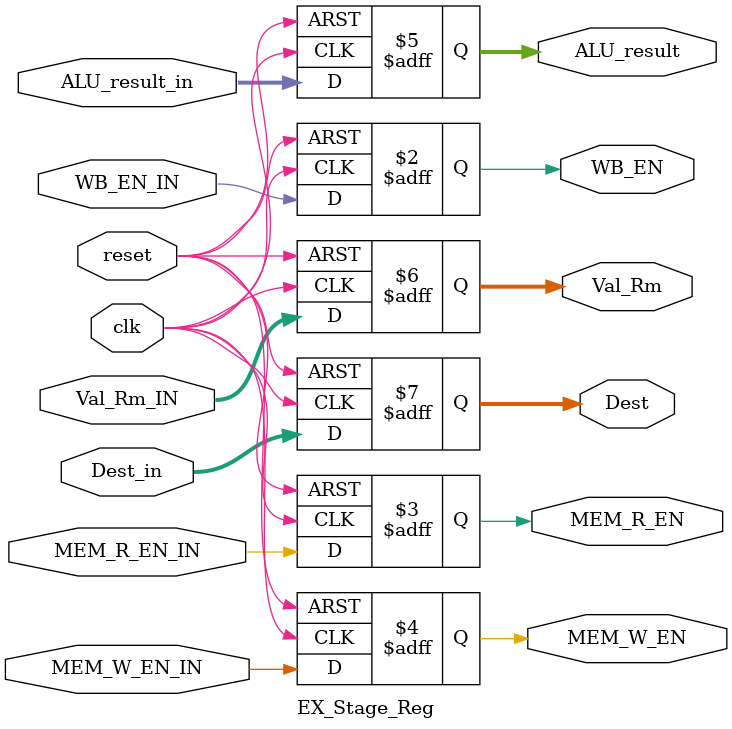
<source format=sv>
`timescale 1ns/1ns
module EX_Stage_Reg(
  input clk,reset,WB_EN_IN,MEM_R_EN_IN,MEM_W_EN_IN,
  input[31:0] ALU_result_in,Val_Rm_IN,
  input[3:0] Dest_in,
  
  output reg WB_EN,MEM_R_EN,MEM_W_EN,
  output reg[31:0] ALU_result,Val_Rm,
  output reg[3:0] Dest);
                
  always@(posedge clk,posedge reset)
    begin
      if(reset)
        begin
          {WB_EN,MEM_R_EN,MEM_W_EN} = 3'b0;
          Dest = 4'b0;
          ALU_result = 32'b0;
          Val_Rm = 32'b0;
        end
      else
        begin
         WB_EN <= WB_EN_IN;
         MEM_R_EN <= MEM_R_EN_IN;
         MEM_W_EN <= MEM_W_EN_IN;
         Dest <= Dest_in;
         Val_Rm <= Val_Rm_IN;
         ALU_result <= ALU_result_in;
        end
    end
                
endmodule



</source>
